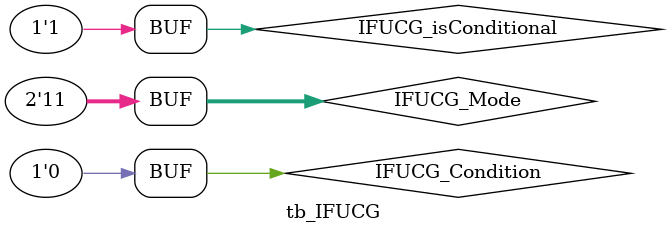
<source format=v>
`timescale 1ns / 1ps


module tb_IFUCG;

	// Inputs
	reg [1:0] IFUCG_Mode;
	reg IFUCG_isConditional;
	reg IFUCG_Condition;

	// Outputs
	wire [1:0] IFUCG_Output;

	// Instantiate the Unit Under Test (UUT)
	IFUCG uut (
		.IFUCG_Mode(IFUCG_Mode), 
		.IFUCG_isConditional(IFUCG_isConditional), 
		.IFUCG_Condition(IFUCG_Condition), 
		.IFUCG_Output(IFUCG_Output)
	);

	initial begin
		// Initialize Inputs
		IFUCG_Mode = 0;
		IFUCG_isConditional = 0;
		IFUCG_Condition = 0;

		// Wait 100 ns for global reset to finish
		#100;

		#5 IFUCG_Mode = 1;
		#5 IFUCG_Mode = 2;
		#5 IFUCG_Mode = 3;

		#5 IFUCG_Condition = 1;
		#5 IFUCG_Mode = 0;
		#5 IFUCG_Mode = 1;
		#5 IFUCG_Mode = 2;
		#5 IFUCG_Mode = 3;

		#5 IFUCG_isConditional = 1;
		#5 IFUCG_Mode = 0;
		#5 IFUCG_Mode = 1;
		#5 IFUCG_Mode = 2;
		#5 IFUCG_Mode = 3;

		#5 IFUCG_Condition = 0;
		#5 IFUCG_Mode = 0;
		#5 IFUCG_Mode = 1;
		#5 IFUCG_Mode = 2;
		#5 IFUCG_Mode = 3;
        
		// Add stimulus here

	end
      
endmodule


</source>
